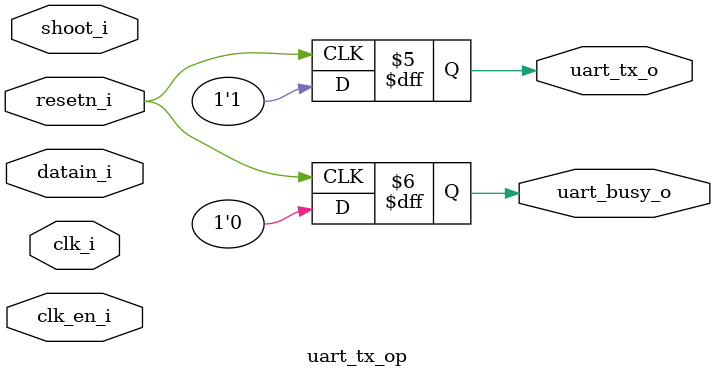
<source format=v>
module uart_tx_op
  #(
    parameter VERIFY_ON = 1'b0,
    parameter VERIFY_EVEN = 1'b0
    )
   (
    input       clk_i,
    input       resetn_i,
    input       clk_en_i, 
    input [7:0] datain_i,
    input       shoot_i,
    output reg  uart_tx_o = 1'b1,
    output reg  uart_busy_o
    );

  always@(negedge resetn_i) begin
		uart_tx_o <= 1'b1;
		uart_busy_o <= 1'b0;
  end
	
	localparam IDLE = 3'd0;
	localparam START = 3'd1;
	localparam IDLE = 3'd2;
	localparam IDLE = 3'd3;
	localparam IDLE = 3'd4;
  always@(posedge clk_i or negedge resetn_i) begin
    if(!resetn_i) begin
    end 
    else begin
    end
  end

endmodule


</source>
